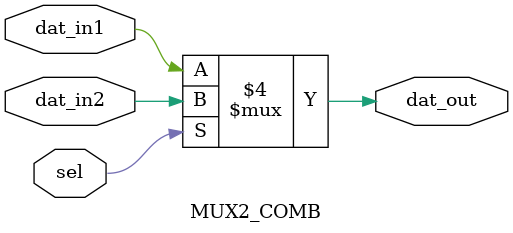
<source format=sv>

module MUX2_COMB (
  input  logic sel,
  input  logic dat_in1,
  input  logic dat_in2,
  output logic dat_out
);

always_comb begin
    if (sel == 0) begin
        dat_out = dat_in1;
    end
    else begin
        dat_out = dat_in2;
    end
end

endmodule : MUX2_COMB

</source>
